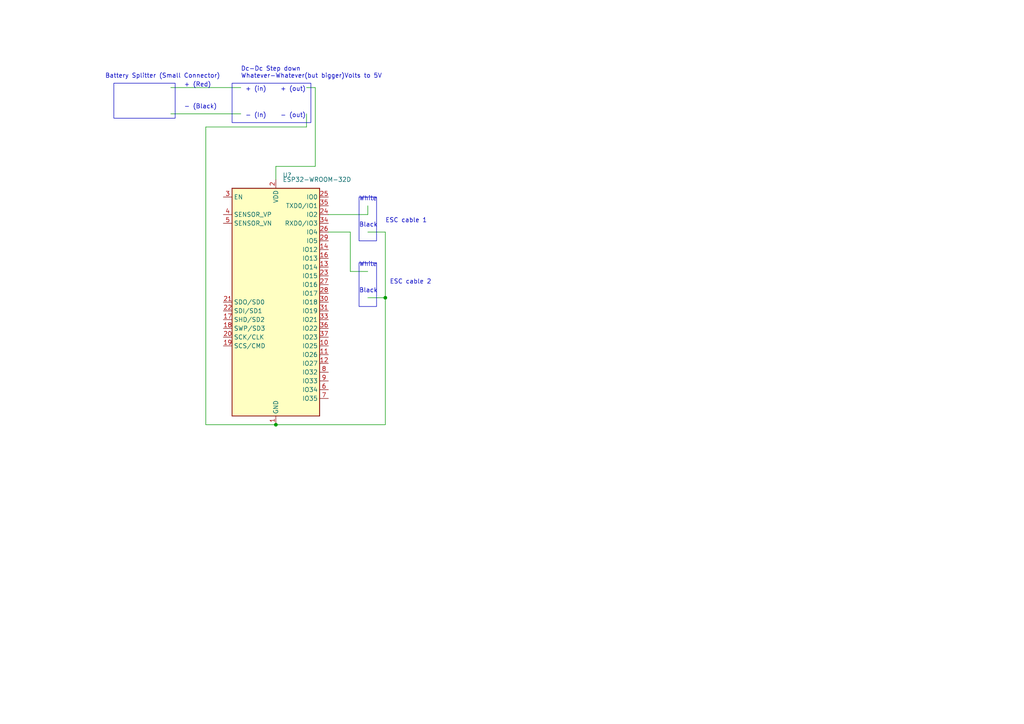
<source format=kicad_sch>
(kicad_sch (version 20220104) (generator eeschema)
  (paper "A4")
  (lib_symbols
    (symbol "RF_Module:ESP32-WROOM-32D"
      (property "Reference" "U" (at -12.7 34.29 0))
      (property "Value" "ESP32-WROOM-32D" (at 1.27 34.29 0))
      (symbol "ESP32-WROOM-32D_0_1"
        (rectangle (start -12.7 33.02) (end 12.7 -33.02) (stroke (width 0.254)) (fill (type background)))
      )
      (symbol "ESP32-WROOM-32D_1_1"
        (pin power_in line (at 0 -35.56 90) (length 2.54) (name "GND") (number "1"))
        (pin bidirectional line (at 15.24 -12.7 180) (length 2.54) (name "IO25") (number "10"))
        (pin bidirectional line (at 15.24 -15.24 180) (length 2.54) (name "IO26") (number "11"))
        (pin bidirectional line (at 15.24 -17.78 180) (length 2.54) (name "IO27") (number "12"))
        (pin bidirectional line (at 15.24 10.16 180) (length 2.54) (name "IO14") (number "13"))
        (pin bidirectional line (at 15.24 15.24 180) (length 2.54) (name "IO12") (number "14"))
        (pin passive line (at 0 -35.56 90) (length 2.54) hide (name "GND") (number "15"))
        (pin bidirectional line (at 15.24 12.7 180) (length 2.54) (name "IO13") (number "16"))
        (pin bidirectional line (at -15.24 -5.08 0) (length 2.54) (name "SHD/SD2") (number "17"))
        (pin bidirectional line (at -15.24 -7.62 0) (length 2.54) (name "SWP/SD3") (number "18"))
        (pin bidirectional line (at -15.24 -12.7 0) (length 2.54) (name "SCS/CMD") (number "19"))
        (pin power_in line (at 0 35.56 270) (length 2.54) (name "VDD") (number "2"))
        (pin bidirectional line (at -15.24 -10.16 0) (length 2.54) (name "SCK/CLK") (number "20"))
        (pin bidirectional line (at -15.24 0 0) (length 2.54) (name "SDO/SD0") (number "21"))
        (pin bidirectional line (at -15.24 -2.54 0) (length 2.54) (name "SDI/SD1") (number "22"))
        (pin bidirectional line (at 15.24 7.62 180) (length 2.54) (name "IO15") (number "23"))
        (pin bidirectional line (at 15.24 25.4 180) (length 2.54) (name "IO2") (number "24"))
        (pin bidirectional line (at 15.24 30.48 180) (length 2.54) (name "IO0") (number "25"))
        (pin bidirectional line (at 15.24 20.32 180) (length 2.54) (name "IO4") (number "26"))
        (pin bidirectional line (at 15.24 5.08 180) (length 2.54) (name "IO16") (number "27"))
        (pin bidirectional line (at 15.24 2.54 180) (length 2.54) (name "IO17") (number "28"))
        (pin bidirectional line (at 15.24 17.78 180) (length 2.54) (name "IO5") (number "29"))
        (pin input line (at -15.24 30.48 0) (length 2.54) (name "EN") (number "3"))
        (pin bidirectional line (at 15.24 0 180) (length 2.54) (name "IO18") (number "30"))
        (pin bidirectional line (at 15.24 -2.54 180) (length 2.54) (name "IO19") (number "31"))
        (pin no_connect line (at -12.7 -27.94 0) (length 2.54) hide (name "NC") (number "32"))
        (pin bidirectional line (at 15.24 -5.08 180) (length 2.54) (name "IO21") (number "33"))
        (pin bidirectional line (at 15.24 22.86 180) (length 2.54) (name "RXD0/IO3") (number "34"))
        (pin bidirectional line (at 15.24 27.94 180) (length 2.54) (name "TXD0/IO1") (number "35"))
        (pin bidirectional line (at 15.24 -7.62 180) (length 2.54) (name "IO22") (number "36"))
        (pin bidirectional line (at 15.24 -10.16 180) (length 2.54) (name "IO23") (number "37"))
        (pin passive line (at 0 -35.56 90) (length 2.54) hide (name "GND") (number "38"))
        (pin passive line (at 0 -35.56 90) (length 2.54) hide (name "GND") (number "39"))
        (pin input line (at -15.24 25.4 0) (length 2.54) (name "SENSOR_VP") (number "4"))
        (pin input line (at -15.24 22.86 0) (length 2.54) (name "SENSOR_VN") (number "5"))
        (pin input line (at 15.24 -25.4 180) (length 2.54) (name "IO34") (number "6"))
        (pin input line (at 15.24 -27.94 180) (length 2.54) (name "IO35") (number "7"))
        (pin bidirectional line (at 15.24 -20.32 180) (length 2.54) (name "IO32") (number "8"))
        (pin bidirectional line (at 15.24 -22.86 180) (length 2.54) (name "IO33") (number "9"))
      )
    )
  )
  (junction (at 111.76 86.36))
  (junction (at 80.01 123.19))
  (wire (pts (xy 101.6 67.31) (xy 101.6 78.74)))
  (wire (pts (xy 91.44 48.26) (xy 80.01 48.26)))
  (wire (pts (xy 111.76 67.31) (xy 111.76 86.36)))
  (wire (pts (xy 49.53 33.02) (xy 69.85 33.02)))
  (wire (pts (xy 106.68 59.69) (xy 106.68 62.23)))
  (wire (pts (xy 106.68 67.31) (xy 111.76 67.31)))
  (wire (pts (xy 95.25 67.31) (xy 101.6 67.31)))
  (wire (pts (xy 91.44 25.4) (xy 91.44 48.26)))
  (wire (pts (xy 106.68 86.36) (xy 111.76 86.36)))
  (wire (pts (xy 49.53 25.4) (xy 69.85 25.4)))
  (wire (pts (xy 59.69 36.83) (xy 59.69 123.19)))
  (wire (pts (xy 95.25 62.23) (xy 106.68 62.23)))
  (wire (pts (xy 59.69 36.83) (xy 88.9 36.83)))
  (wire (pts (xy 111.76 86.36) (xy 111.76 123.19)))
  (wire (pts (xy 80.01 123.19) (xy 111.76 123.19)))
  (wire (pts (xy 88.9 25.4) (xy 91.44 25.4)))
  (wire (pts (xy 88.9 33.02) (xy 88.9 36.83)))
  (wire (pts (xy 80.01 48.26) (xy 80.01 52.07)))
  (wire (pts (xy 59.69 123.19) (xy 80.01 123.19)))
  (wire (pts (xy 101.6 78.74) (xy 106.68 78.74)))
  (rectangle (start 67.31 24.13) (end 90.17 35.56) (stroke (width 0.1524)))
  (rectangle (start 104.14 76.2) (end 109.22 88.9) (stroke (width 0.1524)))
  (rectangle (start 104.14 57.15) (end 109.22 69.85) (stroke (width 0.1524)))
  (rectangle (start 33.02 24.13) (end 50.8 34.29) (stroke (width 0.1524)))
  (text "Black" (at 104.14 85.09 0) (effects (font (size 1.27 1.27)) (justify left bottom)))
  (text "Battery Splitter (Small Connector)\n" (at 30.48 22.86 0) (effects (font (size 1.27 1.27)) (justify left bottom)))
  (text "- (Black)" (at 53.34 31.75 0) (effects (font (size 1.27 1.27)) (justify left bottom)))
  (text "+ (in)" (at 71.12 26.67 0) (effects (font (size 1.27 1.27)) (justify left bottom)))
  (text "White" (at 104.14 58.42 0) (effects (font (size 1.27 1.27)) (justify left bottom)))
  (text "ESC cable 2\n" (at 113.03 82.55 0) (effects (font (size 1.27 1.27)) (justify left bottom)))
  (text "+ (out)" (at 81.28 26.67 0) (effects (font (size 1.27 1.27)) (justify left bottom)))
  (text "White\n" (at 104.14 77.47 0) (effects (font (size 1.27 1.27)) (justify left bottom)))
  (text "ESC cable 1" (at 111.76 64.77 0) (effects (font (size 1.27 1.27)) (justify left bottom)))
  (text "+ (Red)" (at 53.34 25.4 0) (effects (font (size 1.27 1.27)) (justify left bottom)))
  (text "Dc-Dc Step down\nWhatever-Whatever(but bigger)Volts to 5V" (at 69.85 22.86 0) (effects (font (size 1.27 1.27)) (justify left bottom)))
  (text "Black" (at 104.14 66.04 0) (effects (font (size 1.27 1.27)) (justify left bottom)))
  (text "- (out)\n" (at 81.28 34.29 0) (effects (font (size 1.27 1.27)) (justify left bottom)))
  (text "- (In)" (at 71.12 34.29 0) (effects (font (size 1.27 1.27)) (justify left bottom)))
  (symbol (lib_id "RF_Module:ESP32-WROOM-32D") (at 80.01 87.63 0) (unit 1)
    (property "Reference" "U?" (at 81.9659 50.8 0) (effects (justify left)))
    (property "Value" "ESP32-WROOM-32D" (at 81.9659 52.07 0) (effects (justify left)))
    (property "Footprint" "RF_Module:ESP32-WROOM-32" (effects hide))
    (property "Datasheet" "https://www.espressif.com/sites/default/files/documentation/esp32-wroom-32d_esp32-wroom-32u_datasheet_en.pdf" (effects hide))
  )
)
</source>
